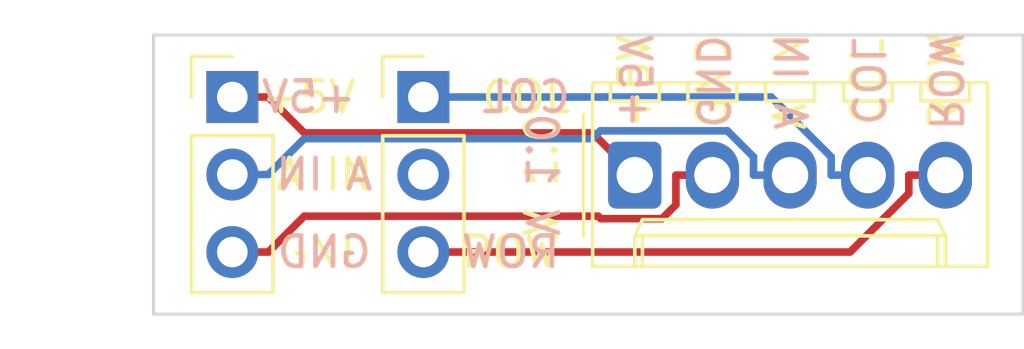
<source format=kicad_pcb>
(kicad_pcb (version 20211014) (generator pcbnew)
  (layers (0 "F.Cu" signal) (31 "B.Cu" signal) (34 "B.Paste" user) (35 "F.Paste" user) (36 "B.SilkS" user "B.Silkscreen") (37 "F.SilkS" user "F.Silkscreen") (38 "B.Mask" user) (39 "F.Mask" user) (44 "Edge.Cuts" user))
  (net 0 "")
  (net 1 "/+5V")
  (net 2 "/ANALOG_GND")
  (net 3 "/ANALOG_IN")
  (net 4 "/SWITCH_COL")
  (net 5 "/SWITCH_ROW")
  (footprint "Connector_PinHeader_2.54mm:PinHeader_1x03_P2.54mm_Vertical" (layer "F.Cu") (at 144.974 70.104)
    (fp_text reference "SW1")
    (fp_text value "SW_SPDT")
    (fp_line (start 1.33 1.27) (end 1.33 6.41) (layer "F.SilkS") (width 0.12))
    (fp_line (start -1.33 0) (end -1.33 -1.33) (layer "F.SilkS") (width 0.12))
    (fp_line (start -1.33 -1.33) (end 0 -1.33) (layer "F.SilkS") (width 0.12))
    (fp_line (start -1.33 6.41) (end 1.33 6.41) (layer "F.SilkS") (width 0.12))
    (fp_line (start -1.33 1.27) (end 1.33 1.27) (layer "F.SilkS") (width 0.12))
    (fp_line (start -1.33 1.27) (end -1.33 6.41) (layer "F.SilkS") (width 0.12))
    (pad "1" thru_hole rect (at 0 0) (size 1.7 1.7) (drill 1) (layers *.Cu *.Mask) (net 4 "/SWITCH_COL"))
    (pad "2" thru_hole oval (at 0 2.54) (size 1.7 1.7) (drill 1) (layers *.Cu *.Mask))
    (pad "3" thru_hole oval (at 0 5.08) (size 1.7 1.7) (drill 1) (layers *.Cu *.Mask) (net 5 "/SWITCH_ROW"))
  )
  (footprint "Connector_Molex:Molex_KK-254_AE-6410-05A_1x05_P2.54mm_Vertical" (layer "F.Cu") (at 151.892 72.664)
    (fp_text reference "J1")
    (fp_text value "POT")
    (fp_line (start 1.74 -2.43) (end 3.34 -2.43) (layer "F.SilkS") (width 0.12))
    (fp_line (start 9.91 1.46) (end 10.16 1.99) (layer "F.SilkS") (width 0.12))
    (fp_line (start 11.54 -3.03) (end -1.38 -3.03) (layer "F.SilkS") (width 0.12))
    (fp_line (start 4.28 -2.43) (end 5.88 -2.43) (layer "F.SilkS") (width 0.12))
    (fp_line (start 3.34 -2.43) (end 3.34 -3.03) (layer "F.SilkS") (width 0.12))
    (fp_line (start 10.96 -2.43) (end 10.96 -3.03) (layer "F.SilkS") (width 0.12))
    (fp_line (start 11.54 2.99) (end 11.54 -3.03) (layer "F.SilkS") (width 0.12))
    (fp_line (start 9.36 -2.43) (end 10.96 -2.43) (layer "F.SilkS") (width 0.12))
    (fp_line (start -1.38 -3.03) (end -1.38 2.99) (layer "F.SilkS") (width 0.12))
    (fp_line (start 6.82 -3.03) (end 6.82 -2.43) (layer "F.SilkS") (width 0.12))
    (fp_line (start 8.42 -2.43) (end 8.42 -3.03) (layer "F.SilkS") (width 0.12))
    (fp_line (start -0.8 -3.03) (end -0.8 -2.43) (layer "F.SilkS") (width 0.12))
    (fp_line (start 0.8 -2.43) (end 0.8 -3.03) (layer "F.SilkS") (width 0.12))
    (fp_line (start 10.16 1.99) (end 10.16 2.99) (layer "F.SilkS") (width 0.12))
    (fp_line (start 0 2.99) (end 0 1.99) (layer "F.SilkS") (width 0.12))
    (fp_line (start 0.25 1.46) (end 9.91 1.46) (layer "F.SilkS") (width 0.12))
    (fp_line (start 0.25 2.99) (end 0.25 1.99) (layer "F.SilkS") (width 0.12))
    (fp_line (start 6.82 -2.43) (end 8.42 -2.43) (layer "F.SilkS") (width 0.12))
    (fp_line (start -0.8 -2.43) (end 0.8 -2.43) (layer "F.SilkS") (width 0.12))
    (fp_line (start -1.67 -2) (end -1.67 2) (layer "F.SilkS") (width 0.12))
    (fp_line (start 9.91 2.99) (end 9.91 1.99) (layer "F.SilkS") (width 0.12))
    (fp_line (start 1.74 -3.03) (end 1.74 -2.43) (layer "F.SilkS") (width 0.12))
    (fp_line (start 9.36 -3.03) (end 9.36 -2.43) (layer "F.SilkS") (width 0.12))
    (fp_line (start 4.28 -3.03) (end 4.28 -2.43) (layer "F.SilkS") (width 0.12))
    (fp_line (start -1.38 2.99) (end 11.54 2.99) (layer "F.SilkS") (width 0.12))
    (fp_line (start 0 1.99) (end 10.16 1.99) (layer "F.SilkS") (width 0.12))
    (fp_line (start 5.88 -2.43) (end 5.88 -3.03) (layer "F.SilkS") (width 0.12))
    (fp_line (start 0 1.99) (end 0.25 1.46) (layer "F.SilkS") (width 0.12))
    (pad "1" thru_hole roundrect (at 0 0) (size 1.74 2.19) (drill 1.19) (layers *.Cu *.Mask) (roundrect_rratio 0.1436781609) (net 1 "/+5V"))
    (pad "2" thru_hole oval (at 2.54 0) (size 1.74 2.19) (drill 1.19) (layers *.Cu *.Mask) (net 2 "/ANALOG_GND"))
    (pad "3" thru_hole oval (at 5.08 0) (size 1.74 2.19) (drill 1.19) (layers *.Cu *.Mask) (net 3 "/ANALOG_IN"))
    (pad "4" thru_hole oval (at 7.62 0) (size 1.74 2.19) (drill 1.19) (layers *.Cu *.Mask) (net 4 "/SWITCH_COL"))
    (pad "5" thru_hole oval (at 10.16 0) (size 1.74 2.19) (drill 1.19) (layers *.Cu *.Mask) (net 5 "/SWITCH_ROW"))
  )
  (footprint "Connector_PinHeader_2.54mm:PinHeader_1x03_P2.54mm_Vertical" (layer "F.Cu") (at 138.724 70.104)
    (fp_text reference "RV1")
    (fp_text value "R_Potentiometer_US")
    (fp_line (start -1.33 1.27) (end 1.33 1.27) (layer "F.SilkS") (width 0.12))
    (fp_line (start 1.33 1.27) (end 1.33 6.41) (layer "F.SilkS") (width 0.12))
    (fp_line (start -1.33 6.41) (end 1.33 6.41) (layer "F.SilkS") (width 0.12))
    (fp_line (start -1.33 0) (end -1.33 -1.33) (layer "F.SilkS") (width 0.12))
    (fp_line (start -1.33 -1.33) (end 0 -1.33) (layer "F.SilkS") (width 0.12))
    (fp_line (start -1.33 1.27) (end -1.33 6.41) (layer "F.SilkS") (width 0.12))
    (pad "1" thru_hole rect (at 0 0) (size 1.7 1.7) (drill 1) (layers *.Cu *.Mask) (net 1 "/+5V"))
    (pad "2" thru_hole oval (at 0 2.54) (size 1.7 1.7) (drill 1) (layers *.Cu *.Mask) (net 3 "/ANALOG_IN"))
    (pad "3" thru_hole oval (at 0 5.08) (size 1.7 1.7) (drill 1) (layers *.Cu *.Mask) (net 2 "/ANALOG_GND"))
  )
  (gr_rect (start 136.144 68.072) (end 164.592 77.216) (layer "Edge.Cuts") (width 0.1) (fill none))
  (gr_text "+5V" (at 141.224 70.104) (layer "B.SilkS") (effects (font (size 1 1)) (justify mirror)))
  (gr_text "GND" (at 141.732 75.184) (layer "B.SilkS") (effects (font (size 1 1)) (justify mirror)))
  (gr_text "A IN" (at 141.732 72.644) (layer "B.SilkS") (effects (font (size 1 1)) (justify mirror)))
  (gr_text "ROW" (at 147.828 75.184) (layer "B.SilkS") (effects (font (size 1 1)) (justify mirror)))
  (gr_text "ROW" (at 162.052 69.596 -90) (layer "B.SilkS") (effects (font (size 1 1)) (justify mirror)))
  (gr_text "+5V" (at 151.892 69.596 -90) (layer "B.SilkS") (effects (font (size 1 1)) (justify mirror)))
  (gr_text "GND" (at 154.432 69.596 -90) (layer "B.SilkS") (effects (font (size 1 1)) (justify mirror)))
  (gr_text "COL" (at 148.336 70.104) (layer "B.SilkS") (effects (font (size 1 1)) (justify mirror)))
  (gr_text "COL" (at 159.512 69.596 -90) (layer "B.SilkS") (effects (font (size 1 1)) (justify mirror)))
  (gr_text "V 1.0" (at 148.844 72.644 -90) (layer "B.SilkS") (effects (font (size 1 1)) (justify mirror)))
  (gr_text "A IN" (at 156.972 69.596 -90) (layer "B.SilkS") (effects (font (size 1 1)) (justify mirror)))
  (gr_text "V 1.0" (at 148.844 72.644 90) (layer "F.SilkS") (effects (font (size 1 1))))
  (gr_text "ROW" (at 162.052 69.596 90) (layer "F.SilkS") (effects (font (size 1 1))))
  (gr_text "GND" (at 154.432 69.596 90) (layer "F.SilkS") (effects (font (size 1 1))))
  (gr_text "+5V" (at 151.892 69.596 90) (layer "F.SilkS") (effects (font (size 1 1))))
  (gr_text "A IN" (at 141.732 72.644) (layer "F.SilkS") (effects (font (size 1 1))))
  (gr_text "GND" (at 141.732 75.184) (layer "F.SilkS") (effects (font (size 1 1))))
  (gr_text "+5V" (at 141.224 70.104) (layer "F.SilkS") (effects (font (size 1 1))))
  (gr_text "ROW" (at 147.828 75.184) (layer "F.SilkS") (effects (font (size 1 1))))
  (gr_text "A IN" (at 156.972 69.596 90) (layer "F.SilkS") (effects (font (size 1 1))))
  (gr_text "COL" (at 159.512 69.596 90) (layer "F.SilkS") (effects (font (size 1 1))))
  (gr_text "COL" (at 148.336 70.104) (layer "F.SilkS") (effects (font (size 1 1))))
  (segment (start 150.5073 71.2793) (end 141.0746 71.2793) (width 0.25) (layer "F.Cu") (net 1))
  (segment (start 138.724 70.104) (end 139.8993 70.104) (width 0.25) (layer "F.Cu") (net 1))
  (segment (start 141.0746 71.2793) (end 139.8993 70.104) (width 0.25) (layer "F.Cu") (net 1))
  (segment (start 151.892 72.664) (end 150.5073 71.2793) (width 0.25) (layer "F.Cu") (net 1))
  (segment (start 150.7769 74.0899) (end 150.6957 74.0087) (width 0.25) (layer "F.Cu") (net 2))
  (segment (start 153.2367 72.664) (end 153.2367 73.6352) (width 0.25) (layer "F.Cu") (net 2))
  (segment (start 141.0746 74.0087) (end 139.8993 75.184) (width 0.25) (layer "F.Cu") (net 2))
  (segment (start 138.724 75.184) (end 139.8993 75.184) (width 0.25) (layer "F.Cu") (net 2))
  (segment (start 154.432 72.664) (end 153.2367 72.664) (width 0.25) (layer "F.Cu") (net 2))
  (segment (start 150.6957 74.0087) (end 141.0746 74.0087) (width 0.25) (layer "F.Cu") (net 2))
  (segment (start 153.2367 73.6352) (end 152.782 74.0899) (width 0.25) (layer "F.Cu") (net 2))
  (segment (start 152.782 74.0899) (end 150.7769 74.0899) (width 0.25) (layer "F.Cu") (net 2))
  (segment (start 156.972 72.664) (end 155.7767 72.664) (width 0.25) (layer "B.Cu") (net 3))
  (segment (start 150.5063 71.4687) (end 141.0746 71.4687) (width 0.25) (layer "B.Cu") (net 3))
  (segment (start 154.9222 71.2119) (end 150.7631 71.2119) (width 0.25) (layer "B.Cu") (net 3))
  (segment (start 141.0746 71.4687) (end 139.8993 72.644) (width 0.25) (layer "B.Cu") (net 3))
  (segment (start 155.7767 72.664) (end 155.7767 72.0664) (width 0.25) (layer "B.Cu") (net 3))
  (segment (start 155.7767 72.0664) (end 154.9222 71.2119) (width 0.25) (layer "B.Cu") (net 3))
  (segment (start 138.724 72.644) (end 139.8993 72.644) (width 0.25) (layer "B.Cu") (net 3))
  (segment (start 150.7631 71.2119) (end 150.5063 71.4687) (width 0.25) (layer "B.Cu") (net 3))
  (segment (start 159.512 72.664) (end 158.3167 72.664) (width 0.25) (layer "B.Cu") (net 4))
  (segment (start 158.3167 72.664) (end 158.3167 72.0664) (width 0.25) (layer "B.Cu") (net 4))
  (segment (start 156.3543 70.104) (end 144.974 70.104) (width 0.25) (layer "B.Cu") (net 4))
  (segment (start 158.3167 72.0664) (end 156.3543 70.104) (width 0.25) (layer "B.Cu") (net 4))
  (segment (start 162.052 72.664) (end 160.8567 72.664) (width 0.25) (layer "F.Cu") (net 5))
  (segment (start 160.8567 73.2616) (end 158.9343 75.184) (width 0.25) (layer "F.Cu") (net 5))
  (segment (start 160.8567 72.664) (end 160.8567 73.2616) (width 0.25) (layer "F.Cu") (net 5))
  (segment (start 158.9343 75.184) (end 144.974 75.184) (width 0.25) (layer "F.Cu") (net 5))
)
</source>
